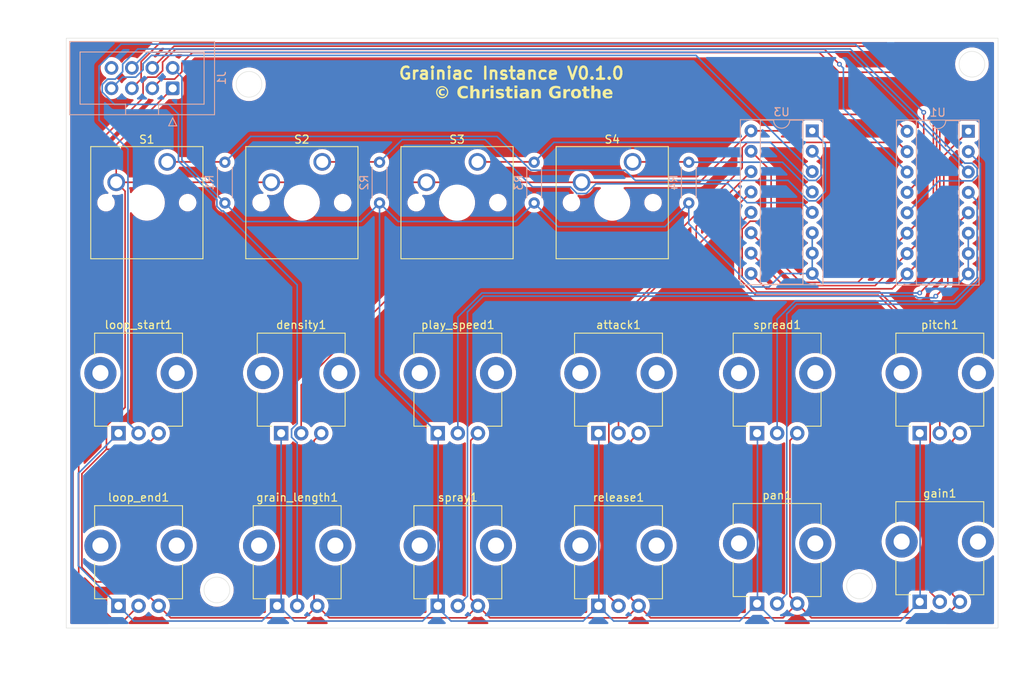
<source format=kicad_pcb>
(kicad_pcb (version 20240108) (generator "pcbnew") (generator_version "8.0")
  (layers (0 "F.Cu" signal) (31 "B.Cu" signal) (34 "B.Paste" user) (35 "F.Paste" user) (36 "B.SilkS" user "B.Silkscreen") (37 "F.SilkS" user "F.Silkscreen") (38 "B.Mask" user) (39 "F.Mask" user) (44 "Edge.Cuts" user))
  (net 0 "")
  (net 1 "attack")
  (net 2 "GND")
  (net 3 "+3.3V")
  (net 4 "density")
  (net 5 "gain")
  (net 6 "grain_dir")
  (net 7 "grain_length")
  (net 8 "hold")
  (net 9 "loop_end")
  (net 10 "loop_start")
  (net 11 "pan")
  (net 12 "pitch")
  (net 13 "play_dir")
  (net 14 "play_speed")
  (net 15 "record")
  (net 16 "release")
  (net 17 "spray")
  (net 18 "spread")
  (net 19 "S1")
  (net 20 "S0")
  (net 21 "S2")
  (net 22 "mux_1")
  (net 23 "mux_2")
  (footprint "Potentiometer_THT:Potentiometer_TT_P0915N" (layer "F.Cu") (at 205 118.975)
    (property "Reference" "gain1" (at 2.5 -13.5 0) (layer "F.SilkS"))
    (property "Value" "~" (hide yes))
    (pad "" thru_hole oval (at -2.25 -7.5) (size 4 4) (drill 2) (layers "*.Cu" "*.Mask"))
    (pad "" thru_hole oval (at 7.25 -7.5) (size 4 4) (drill 2) (layers "*.Cu" "*.Mask"))
    (pad "1" thru_hole rect (at 0 0) (size 1.8 1.8) (drill 1) (layers "*.Cu" "*.Mask") (net 2 "GND"))
    (pad "2" thru_hole circle (at 2.5 0) (size 1.8 1.8) (drill 1) (layers "*.Cu" "*.Mask") (net 5 "gain"))
    (pad "3" thru_hole circle (at 5 0) (size 1.8 1.8) (drill 1) (layers "*.Cu" "*.Mask") (net 3 "+3.3V"))
  )
  (footprint "Potentiometer_THT:Potentiometer_TT_P0915N" (layer "F.Cu") (at 165 119.475)
    (property "Reference" "release1" (at 2.5 -13.5 0) (layer "F.SilkS"))
    (property "Value" "~" (hide yes))
    (pad "" thru_hole oval (at -2.25 -7.5) (size 4 4) (drill 2) (layers "*.Cu" "*.Mask"))
    (pad "" thru_hole oval (at 7.25 -7.5) (size 4 4) (drill 2) (layers "*.Cu" "*.Mask"))
    (pad "1" thru_hole rect (at 0 0) (size 1.8 1.8) (drill 1) (layers "*.Cu" "*.Mask") (net 2 "GND"))
    (pad "2" thru_hole circle (at 2.5 0) (size 1.8 1.8) (drill 1) (layers "*.Cu" "*.Mask") (net 16 "release"))
    (pad "3" thru_hole circle (at 5 0) (size 1.8 1.8) (drill 1) (layers "*.Cu" "*.Mask") (net 3 "+3.3V"))
  )
  (footprint "Potentiometer_THT:Potentiometer_TT_P0915N" (layer "F.Cu") (at 184.75 97.975)
    (property "Reference" "spread1" (at 2.5 -13.5 0) (layer "F.SilkS"))
    (property "Value" "~" (hide yes))
    (pad "" thru_hole oval (at -2.25 -7.5) (size 4 4) (drill 2) (layers "*.Cu" "*.Mask"))
    (pad "" thru_hole oval (at 7.25 -7.5) (size 4 4) (drill 2) (layers "*.Cu" "*.Mask"))
    (pad "1" thru_hole rect (at 0 0) (size 1.8 1.8) (drill 1) (layers "*.Cu" "*.Mask") (net 2 "GND"))
    (pad "2" thru_hole circle (at 2.5 0) (size 1.8 1.8) (drill 1) (layers "*.Cu" "*.Mask") (net 18 "spread"))
    (pad "3" thru_hole circle (at 5 0) (size 1.8 1.8) (drill 1) (layers "*.Cu" "*.Mask") (net 3 "+3.3V"))
  )
  (footprint "Button_Switch_Keyboard:SW_Cherry_MX_1.00u_PCB" (layer "F.Cu") (at 149.94 64.17)
    (property "Reference" "S3" (at -2.54 -2.794 0) (layer "F.SilkS"))
    (property "Value" "Play Dir")
    (pad "" np_thru_hole circle (at -7.62 5.08) (size 1.7 1.7) (drill 1.7) (layers "*.Cu" "*.Mask"))
    (pad "" np_thru_hole circle (at -2.54 5.08) (size 4 4) (drill 4) (layers "*.Cu" "*.Mask"))
    (pad "" np_thru_hole circle (at 2.54 5.08) (size 1.7 1.7) (drill 1.7) (layers "*.Cu" "*.Mask"))
    (pad "1" thru_hole circle (at 0 0) (size 2.2 2.2) (drill 1.5) (layers "*.Cu" "*.Mask") (net 13 "play_dir"))
    (pad "2" thru_hole circle (at -6.35 2.54) (size 2.2 2.2) (drill 1.5) (layers "*.Cu" "*.Mask") (net 3 "+3.3V"))
  )
  (footprint "Button_Switch_Keyboard:SW_Cherry_MX_1.00u_PCB" (layer "F.Cu") (at 169.26 64.17)
    (property "Reference" "S4" (at -2.54 -2.794 0) (layer "F.SilkS"))
    (property "Value" "Grain Dir")
    (pad "" np_thru_hole circle (at -7.62 5.08) (size 1.7 1.7) (drill 1.7) (layers "*.Cu" "*.Mask"))
    (pad "" np_thru_hole circle (at -2.54 5.08) (size 4 4) (drill 4) (layers "*.Cu" "*.Mask"))
    (pad "" np_thru_hole circle (at 2.54 5.08) (size 1.7 1.7) (drill 1.7) (layers "*.Cu" "*.Mask"))
    (pad "1" thru_hole circle (at 0 0) (size 2.2 2.2) (drill 1.5) (layers "*.Cu" "*.Mask") (net 6 "grain_dir"))
    (pad "2" thru_hole circle (at -6.35 2.54) (size 2.2 2.2) (drill 1.5) (layers "*.Cu" "*.Mask") (net 3 "+3.3V"))
  )
  (footprint "Button_Switch_Keyboard:SW_Cherry_MX_1.00u_PCB" (layer "F.Cu") (at 111.32 64.17)
    (property "Reference" "S1" (at -2.54 -2.794 0) (layer "F.SilkS"))
    (property "Value" "Record")
    (pad "" np_thru_hole circle (at -7.62 5.08) (size 1.7 1.7) (drill 1.7) (layers "*.Cu" "*.Mask"))
    (pad "" np_thru_hole circle (at -2.54 5.08) (size 4 4) (drill 4) (layers "*.Cu" "*.Mask"))
    (pad "" np_thru_hole circle (at 2.54 5.08) (size 1.7 1.7) (drill 1.7) (layers "*.Cu" "*.Mask"))
    (pad "1" thru_hole circle (at 0 0) (size 2.2 2.2) (drill 1.5) (layers "*.Cu" "*.Mask") (net 15 "record"))
    (pad "2" thru_hole circle (at -6.35 2.54) (size 2.2 2.2) (drill 1.5) (layers "*.Cu" "*.Mask") (net 3 "+3.3V"))
  )
  (footprint "Potentiometer_THT:Potentiometer_TT_P0915N" (layer "F.Cu") (at 165 97.975)
    (property "Reference" "attack1" (at 2.5 -13.5 0) (layer "F.SilkS"))
    (property "Value" "~" (hide yes))
    (pad "" thru_hole oval (at -2.25 -7.5) (size 4 4) (drill 2) (layers "*.Cu" "*.Mask"))
    (pad "" thru_hole oval (at 7.25 -7.5) (size 4 4) (drill 2) (layers "*.Cu" "*.Mask"))
    (pad "1" thru_hole rect (at 0 0) (size 1.8 1.8) (drill 1) (layers "*.Cu" "*.Mask") (net 2 "GND"))
    (pad "2" thru_hole circle (at 2.5 0) (size 1.8 1.8) (drill 1) (layers "*.Cu" "*.Mask") (net 1 "attack"))
    (pad "3" thru_hole circle (at 5 0) (size 1.8 1.8) (drill 1) (layers "*.Cu" "*.Mask") (net 3 "+3.3V"))
  )
  (footprint "Potentiometer_THT:Potentiometer_TT_P0915N" (layer "F.Cu") (at 105.25 119.475)
    (property "Reference" "loop_end1" (at 2.5 -13.5 0) (layer "F.SilkS"))
    (property "Value" "~" (hide yes))
    (pad "" thru_hole oval (at -2.25 -7.5) (size 4 4) (drill 2) (layers "*.Cu" "*.Mask"))
    (pad "" thru_hole oval (at 7.25 -7.5) (size 4 4) (drill 2) (layers "*.Cu" "*.Mask"))
    (pad "1" thru_hole rect (at 0 0) (size 1.8 1.8) (drill 1) (layers "*.Cu" "*.Mask") (net 2 "GND"))
    (pad "2" thru_hole circle (at 2.5 0) (size 1.8 1.8) (drill 1) (layers "*.Cu" "*.Mask") (net 9 "loop_end"))
    (pad "3" thru_hole circle (at 5 0) (size 1.8 1.8) (drill 1) (layers "*.Cu" "*.Mask") (net 3 "+3.3V"))
  )
  (footprint "Potentiometer_THT:Potentiometer_TT_P0915N" (layer "F.Cu") (at 205 97.975)
    (property "Reference" "pitch1" (at 2.5 -13.5 0) (layer "F.SilkS"))
    (property "Value" "~" (hide yes))
    (pad "" thru_hole oval (at -2.25 -7.5) (size 4 4) (drill 2) (layers "*.Cu" "*.Mask"))
    (pad "" thru_hole oval (at 7.25 -7.5) (size 4 4) (drill 2) (layers "*.Cu" "*.Mask"))
    (pad "1" thru_hole rect (at 0 0) (size 1.8 1.8) (drill 1) (layers "*.Cu" "*.Mask") (net 2 "GND"))
    (pad "2" thru_hole circle (at 2.5 0) (size 1.8 1.8) (drill 1) (layers "*.Cu" "*.Mask") (net 12 "pitch"))
    (pad "3" thru_hole circle (at 5 0) (size 1.8 1.8) (drill 1) (layers "*.Cu" "*.Mask") (net 3 "+3.3V"))
  )
  (footprint "Potentiometer_THT:Potentiometer_TT_P0915N" (layer "F.Cu") (at 145 97.975)
    (property "Reference" "play_speed1" (at 2.5 -13.5 0) (layer "F.SilkS"))
    (property "Value" "~" (hide yes))
    (pad "" thru_hole oval (at -2.25 -7.5) (size 4 4) (drill 2) (layers "*.Cu" "*.Mask"))
    (pad "" thru_hole oval (at 7.25 -7.5) (size 4 4) (drill 2) (layers "*.Cu" "*.Mask"))
    (pad "1" thru_hole rect (at 0 0) (size 1.8 1.8) (drill 1) (layers "*.Cu" "*.Mask") (net 2 "GND"))
    (pad "2" thru_hole circle (at 2.5 0) (size 1.8 1.8) (drill 1) (layers "*.Cu" "*.Mask") (net 14 "play_speed"))
    (pad "3" thru_hole circle (at 5 0) (size 1.8 1.8) (drill 1) (layers "*.Cu" "*.Mask") (net 3 "+3.3V"))
  )
  (footprint "Potentiometer_THT:Potentiometer_TT_P0915N" (layer "F.Cu") (at 105.25 97.975)
    (property "Reference" "loop_start1" (at 2.5 -13.5 0) (layer "F.SilkS"))
    (property "Value" "~" (hide yes))
    (pad "" thru_hole oval (at -2.25 -7.5) (size 4 4) (drill 2) (layers "*.Cu" "*.Mask"))
    (pad "" thru_hole oval (at 7.25 -7.5) (size 4 4) (drill 2) (layers "*.Cu" "*.Mask"))
    (pad "1" thru_hole rect (at 0 0) (size 1.8 1.8) (drill 1) (layers "*.Cu" "*.Mask") (net 2 "GND"))
    (pad "2" thru_hole circle (at 2.5 0) (size 1.8 1.8) (drill 1) (layers "*.Cu" "*.Mask") (net 10 "loop_start"))
    (pad "3" thru_hole circle (at 5 0) (size 1.8 1.8) (drill 1) (layers "*.Cu" "*.Mask") (net 3 "+3.3V"))
  )
  (footprint "Potentiometer_THT:Potentiometer_TT_P0915N" (layer "F.Cu") (at 145 119.475)
    (property "Reference" "spray1" (at 2.5 -13.5 0) (layer "F.SilkS"))
    (property "Value" "~" (hide yes))
    (pad "" thru_hole oval (at -2.25 -7.5) (size 4 4) (drill 2) (layers "*.Cu" "*.Mask"))
    (pad "" thru_hole oval (at 7.25 -7.5) (size 4 4) (drill 2) (layers "*.Cu" "*.Mask"))
    (pad "1" thru_hole rect (at 0 0) (size 1.8 1.8) (drill 1) (layers "*.Cu" "*.Mask") (net 2 "GND"))
    (pad "2" thru_hole circle (at 2.5 0) (size 1.8 1.8) (drill 1) (layers "*.Cu" "*.Mask") (net 17 "spray"))
    (pad "3" thru_hole circle (at 5 0) (size 1.8 1.8) (drill 1) (layers "*.Cu" "*.Mask") (net 3 "+3.3V"))
  )
  (footprint "Button_Switch_Keyboard:SW_Cherry_MX_1.00u_PCB" (layer "F.Cu") (at 130.62 64.17)
    (property "Reference" "S2" (at -2.54 -2.794 0) (layer "F.SilkS"))
    (property "Value" "Hold")
    (pad "" np_thru_hole circle (at -7.62 5.08) (size 1.7 1.7) (drill 1.7) (layers "*.Cu" "*.Mask"))
    (pad "" np_thru_hole circle (at -2.54 5.08) (size 4 4) (drill 4) (layers "*.Cu" "*.Mask"))
    (pad "" np_thru_hole circle (at 2.54 5.08) (size 1.7 1.7) (drill 1.7) (layers "*.Cu" "*.Mask"))
    (pad "1" thru_hole circle (at 0 0) (size 2.2 2.2) (drill 1.5) (layers "*.Cu" "*.Mask") (net 8 "hold"))
    (pad "2" thru_hole circle (at -6.35 2.54) (size 2.2 2.2) (drill 1.5) (layers "*.Cu" "*.Mask") (net 3 "+3.3V"))
  )
  (footprint "Potentiometer_THT:Potentiometer_TT_P0915N" (layer "F.Cu") (at 125 119.475)
    (property "Reference" "grain_length1" (at 2.5 -13.5 0) (layer "F.SilkS"))
    (property "Value" "~" (hide yes))
    (pad "" thru_hole oval (at -2.25 -7.5) (size 4 4) (drill 2) (layers "*.Cu" "*.Mask"))
    (pad "" thru_hole oval (at 7.25 -7.5) (size 4 4) (drill 2) (layers "*.Cu" "*.Mask"))
    (pad "1" thru_hole rect (at 0 0) (size 1.8 1.8) (drill 1) (layers "*.Cu" "*.Mask") (net 2 "GND"))
    (pad "2" thru_hole circle (at 2.5 0) (size 1.8 1.8) (drill 1) (layers "*.Cu" "*.Mask") (net 7 "grain_length"))
    (pad "3" thru_hole circle (at 5 0) (size 1.8 1.8) (drill 1) (layers "*.Cu" "*.Mask") (net 3 "+3.3V"))
  )
  (footprint "Potentiometer_THT:Potentiometer_TT_P0915N" (layer "F.Cu") (at 125.5 97.975)
    (property "Reference" "density1" (at 2.5 -13.5 0) (layer "F.SilkS"))
    (property "Value" "~" (hide yes))
    (pad "" thru_hole oval (at -2.25 -7.5) (size 4 4) (drill 2) (layers "*.Cu" "*.Mask"))
    (pad "" thru_hole oval (at 7.25 -7.5) (size 4 4) (drill 2) (layers "*.Cu" "*.Mask"))
    (pad "1" thru_hole rect (at 0 0) (size 1.8 1.8) (drill 1) (layers "*.Cu" "*.Mask") (net 2 "GND"))
    (pad "2" thru_hole circle (at 2.5 0) (size 1.8 1.8) (drill 1) (layers "*.Cu" "*.Mask") (net 4 "density"))
    (pad "3" thru_hole circle (at 5 0) (size 1.8 1.8) (drill 1) (layers "*.Cu" "*.Mask") (net 3 "+3.3V"))
  )
  (footprint "Potentiometer_THT:Potentiometer_TT_P0915N" (layer "F.Cu") (at 184.75 119.2)
    (property "Reference" "pan1" (at 2.5 -13.5 0) (layer "F.SilkS"))
    (property "Value" "~" (hide yes))
    (pad "" thru_hole oval (at -2.25 -7.5) (size 4 4) (drill 2) (layers "*.Cu" "*.Mask"))
    (pad "" thru_hole oval (at 7.25 -7.5) (size 4 4) (drill 2) (layers "*.Cu" "*.Mask"))
    (pad "1" thru_hole rect (at 0 0) (size 1.8 1.8) (drill 1) (layers "*.Cu" "*.Mask") (net 2 "GND"))
    (pad "2" thru_hole circle (at 2.5 0) (size 1.8 1.8) (drill 1) (layers "*.Cu" "*.Mask") (net 11 "pan"))
    (pad "3" thru_hole circle (at 5 0) (size 1.8 1.8) (drill 1) (layers "*.Cu" "*.Mask") (net 3 "+3.3V"))
  )
  (footprint "Connector_IDC:IDC-Header_2x04_P2.54mm_Vertical" (layer "B.Cu") (at 112 55 90)
    (property "Reference" "J1" (at 1.27 6.1 90) (layer "B.SilkS") (effects (justify mirror)))
    (property "Value" "Conn_01x08_Pin")
    (pad "1" thru_hole roundrect (at 0 0 90) (size 1.7 1.7) (drill 1) (layers "*.Cu" "*.Mask") (roundrect_rratio 0.147059) (net 3 "+3.3V"))
    (pad "2" thru_hole circle (at 2.54 0 90) (size 1.7 1.7) (drill 1) (layers "*.Cu" "*.Mask") (net 2 "GND"))
    (pad "3" thru_hole circle (at 0 -2.54 90) (size 1.7 1.7) (drill 1) (layers "*.Cu" "*.Mask") (net 20 "S0"))
    (pad "4" thru_hole circle (at 2.54 -2.54 90) (size 1.7 1.7) (drill 1) (layers "*.Cu" "*.Mask") (net 19 "S1"))
    (pad "5" thru_hole circle (at 0 -5.08 90) (size 1.7 1.7) (drill 1) (layers "*.Cu" "*.Mask") (net 21 "S2"))
    (pad "6" thru_hole circle (at 2.54 -5.08 90) (size 1.7 1.7) (drill 1) (layers "*.Cu" "*.Mask") (net 22 "mux_1"))
    (pad "7" thru_hole circle (at 0 -7.62 90) (size 1.7 1.7) (drill 1) (layers "*.Cu" "*.Mask") (net 23 "mux_2"))
    (pad "8" thru_hole circle (at 2.54 -7.62 90) (size 1.7 1.7) (drill 1) (layers "*.Cu" "*.Mask"))
  )
  (footprint "Package_DIP:DIP-16_W7.62mm_Socket" (layer "B.Cu") (at 191.62 60.3 180)
    (property "Reference" "U3" (at 3.81 2.33 0) (layer "B.SilkS") (effects (justify mirror)))
    (property "Value" "4051")
    (pad "1" thru_hole rect (at 0 0 180) (size 1.6 1.6) (drill 0.8) (layers "*.Cu" "*.Mask") (net 15 "record"))
    (pad "2" thru_hole oval (at 0 -2.54 180) (size 1.6 1.6) (drill 0.8) (layers "*.Cu" "*.Mask") (net 13 "play_dir"))
    (pad "3" thru_hole oval (at 0 -5.08 180) (size 1.6 1.6) (drill 0.8) (layers "*.Cu" "*.Mask") (net 23 "mux_2"))
    (pad "4" thru_hole oval (at 0 -7.62 180) (size 1.6 1.6) (drill 0.8) (layers "*.Cu" "*.Mask") (net 6 "grain_dir"))
    (pad "5" thru_hole oval (at 0 -10.16 180) (size 1.6 1.6) (drill 0.8) (layers "*.Cu" "*.Mask") (net 8 "hold"))
    (pad "6" thru_hole oval (at 0 -12.7 180) (size 1.6 1.6) (drill 0.8) (layers "*.Cu" "*.Mask") (net 2 "GND"))
    (pad "7" thru_hole oval (at 0 -15.24 180) (size 1.6 1.6) (drill 0.8) (layers "*.Cu" "*.Mask") (net 2 "GND"))
    (pad "8" thru_hole oval (at 0 -17.78 180) (size 1.6 1.6) (drill 0.8) (layers "*.Cu" "*.Mask") (net 2 "GND"))
    (pad "9" thru_hole oval (at 7.62 -17.78 180) (size 1.6 1.6) (drill 0.8) (layers "*.Cu" "*.Mask") (net 21 "S2"))
    (pad "10" thru_hole oval (at 7.62 -15.24 180) (size 1.6 1.6) (drill 0.8) (layers "*.Cu" "*.Mask") (net 19 "S1"))
    (pad "11" thru_hole oval (at 7.62 -12.7 180) (size 1.6 1.6) (drill 0.8) (layers "*.Cu" "*.Mask") (net 20 "S0"))
    (pad "12" thru_hole oval (at 7.62 -10.16 180) (size 1.6 1.6) (drill 0.8) (layers "*.Cu" "*.Mask") (net 5 "gain"))
    (pad "13" thru_hole oval (at 7.62 -7.62 180) (size 1.6 1.6) (drill 0.8) (layers "*.Cu" "*.Mask") (net 1 "attack"))
    (pad "14" thru_hole oval (at 7.62 -5.08 180) (size 1.6 1.6) (drill 0.8) (layers "*.Cu" "*.Mask") (net 16 "release"))
    (pad "15" thru_hole oval (at 7.62 -2.54 180) (size 1.6 1.6) (drill 0.8) (layers "*.Cu" "*.Mask") (net 12 "pitch"))
    (pad "16" thru_hole oval (at 7.62 0 180) (size 1.6 1.6) (drill 0.8) (layers "*.Cu" "*.Mask") (net 3 "+3.3V"))
  )
  (footprint "Resistor_THT:R_Axial_DIN0204_L3.6mm_D1.6mm_P5.08mm_Horizontal" (layer "B.Cu") (at 118.5 64.21 -90)
    (property "Reference" "R1" (at 2.54 1.92 90) (layer "B.SilkS") (effects (justify mirror)))
    (property "Value" "1.5K")
    (pad "1" thru_hole circle (at 0 0 270) (size 1.4 1.4) (drill 0.7) (layers "*.Cu" "*.Mask") (net 15 "record"))
    (pad "2" thru_hole oval (at 5.08 0 270) (size 1.4 1.4) (drill 0.7) (layers "*.Cu" "*.Mask") (net 2 "GND"))
  )
  (footprint "Resistor_THT:R_Axial_DIN0204_L3.6mm_D1.6mm_P5.08mm_Horizontal" (layer "B.Cu") (at 157 64.21 -90)
    (property "Reference" "R3" (at 2.54 1.92 90) (layer "B.SilkS") (effects (justify mirror)))
    (property "Value" "1.5K")
    (pad "1" thru_hole circle (at 0 0 270) (size 1.4 1.4) (drill 0.7) (layers "*.Cu" "*.Mask") (net 13 "play_dir"))
    (pad "2" thru_hole oval (at 5.08 0 270) (size 1.4 1.4) (drill 0.7) (layers "*.Cu" "*.Mask") (net 2 "GND"))
  )
  (footprint "Package_DIP:DIP-16_W7.62mm_Socket" (layer "B.Cu") (at 211.05 60.35 180)
    (property "Reference" "U1" (at 3.81 2.33 0) (layer "B.SilkS") (effects (justify mirror)))
    (property "Value" "4051")
    (pad "1" thru_hole rect (at 0 0 180) (size 1.6 1.6) (drill 0.8) (layers "*.Cu" "*.Mask") (net 14 "play_speed"))
    (pad "2" thru_hole oval (at 0 -2.54 180) (size 1.6 1.6) (drill 0.8) (layers "*.Cu" "*.Mask") (net 11 "pan"))
    (pad "3" thru_hole oval (at 0 -5.08 180) (size 1.6 1.6) (drill 0.8) (layers "*.Cu" "*.Mask") (net 22 "mux_1"))
    (pad "4" thru_hole oval (at 0 -7.62 180) (size 1.6 1.6) (drill 0.8) (layers "*.Cu" "*.Mask") (net 18 "spread"))
    (pad "5" thru_hole oval (at 0 -10.16 180) (size 1.6 1.6) (drill 0.8) (layers "*.Cu" "*.Mask") (net 17 "spray"))
    (pad "6" thru_hole oval (at 0 -12.7 180) (size 1.6 1.6) (drill 0.8) (layers "*.Cu" "*.Mask") (net 2 "GND"))
    (pad "7" thru_hole oval (at 0 -15.24 180) (size 1.6 1.6) (drill 0.8) (layers "*.Cu" "*.Mask") (net 2 "GND"))
    (pad "8" thru_hole oval (at 0 -17.78 180) (size 1.6 1.6) (drill 0.8) (layers "*.Cu" "*.Mask") (net 2 "GND"))
    (pad "9" thru_hole oval (at 7.62 -17.78 180) (size 1.6 1.6) (drill 0.8) (layers "*.Cu" "*.Mask") (net 21 "S2"))
    (pad "10" thru_hole oval (at 7.62 -15.24 180) (size 1.6 1.6) (drill 0.8) (layers "*.Cu" "*.Mask") (net 19 "S1"))
    (pad "11" thru_hole oval (at 7.62 -12.7 180) (size 1.6 1.6) (drill 0.8) (layers "*.Cu" "*.Mask") (net 20 "S0"))
    (pad "12" thru_hole oval (at 7.62 -10.16 180) (size 1.6 1.6) (drill 0.8) (layers "*.Cu" "*.Mask") (net 7 "grain_length"))
    (pad "13" thru_hole oval (at 7.62 -7.62 180) (size 1.6 1.6) (drill 0.8) (layers "*.Cu" "*.Mask") (net 10 "loop_start"))
    (pad "14" thru_hole oval (at 7.62 -5.08 180) (size 1.6 1.6) (drill 0.8) (layers "*.Cu" "*.Mask") (net 9 "loop_end"))
    (pad "15" thru_hole oval (at 7.62 -2.54 180) (size 1.6 1.6) (drill 0.8) (layers "*.Cu" "*.Mask") (net 4 "density"))
    (pad "16" thru_hole oval (at 7.62 0 180) (size 1.6 1.6) (drill 0.8) (layers "*.Cu" "*.Mask") (net 3 "+3.3V"))
  )
  (footprint "Resistor_THT:R_Axial_DIN0204_L3.6mm_D1.6mm_P5.08mm_Horizontal" (layer "B.Cu") (at 137.75 64.21 -90)
    (property "Reference" "R2" (at 2.54 1.92 90) (layer "B.SilkS") (effects (justify mirror)))
    (property "Value" "1.5K")
    (pad "1" thru_hole circle (at 0 0 270) (size 1.4 1.4) (drill 0.7) (layers "*.Cu" "*.Mask") (net 8 "hold"))
    (pad "2" thru_hole oval (at 5.08 0 270) (size 1.4 1.4) (drill 0.7) (layers "*.Cu" "*.Mask") (net 2 "GND"))
  )
  (footprint "Resistor_THT:R_Axial_DIN0204_L3.6mm_D1.6mm_P5.08mm_Horizontal" (layer "B.Cu") (at 176.25 64.21 -90)
    (property "Reference" "R4" (at 2.54 1.92 90) (layer "B.SilkS") (effects (justify mirror)))
    (property "Value" "1.5K")
    (pad "1" thru_hole circle (at 0 0 270) (size 1.4 1.4) (drill 0.7) (layers "*.Cu" "*.Mask") (net 6 "grain_dir"))
    (pad "2" thru_hole oval (at 5.08 0 270) (size 1.4 1.4) (drill 0.7) (layers "*.Cu" "*.Mask") (net 2 "GND"))
  )
  (gr_rect (start 98.75 48.75) (end 214.75 122.25) (stroke (width 0.05)) (fill none) (layer "Edge.Cuts"))
  (gr_circle (center 117.5 117.5) (end 119.1 117.5) (stroke (width 0.05)) (fill none) (layer "Edge.Cuts"))
  (gr_circle (center 121.5 54.5) (end 123.1 54.5) (stroke (width 0.05)) (fill none) (layer "Edge.Cuts"))
  (gr_circle (center 197.5 117) (end 199.1 117) (stroke (width 0.05)) (fill none) (layer "Edge.Cuts"))
  (gr_circle (center 211.5 52) (end 213.1 52) (stroke (width 0.05)) (fill none) (layer "Edge.Cuts"))
  (gr_text "Grainiac Instance V0.1.0" (at 140 54 0) (layer "F.SilkS") (effects (font (size 1.5 1.5) (thickness 0.3) (bold yes)) (justify left bottom)))
  (gr_text "© Christian Grothe" (at 144.5 56.5 0) (layer "F.SilkS") (effects (font (size 1.5 1.5) (thickness 0.3) (bold yes)) (justify left bottom)))
  (segment (start 167.5 97.975) (end 167.5 84.42) (width 0.2) (layer "F.Cu") (net 1))
  (segment (start 167.5 84.42) (end 184 67.92) (width 0.2) (layer "F.Cu") (net 1))
  (segment (start 192.77 79.23) (end 191.62 78.08) (width 0.2) (layer "B.Cu") (net 2))
  (segment (start 140.06 71.6) (end 154.69 71.6) (width 0.2) (layer "B.Cu") (net 2))
  (segment (start 118.5 69.29) (end 113.15 63.94) (width 0.2) (layer "B.Cu") (net 2))
  (segment (start 145.05 98.025) (end 145.05 119.425) (width 0.2) (layer "B.Cu") (net 2))
  (segment (start 165.05 119.425) (end 165 119.475) (width 0.2) (layer "B.Cu") (net 2))
  (segment (start 166.9 121.375) (end 182.575 121.375) (width 0.2) (layer "B.Cu") (net 2))
  (segment (start 209.95 79.23) (end 192.77 79.23) (width 0.2) (layer "B.Cu") (net 2))
  (segment (start 113.15 63.94) (end 113.15 53.61) (width 0.2) (layer "B.Cu") (net 2))
  (segment (start 211.05 73.05) (end 211.05 78.13) (width 0.2) (layer "B.Cu") (net 2))
  (segment (start 211.05 78.13) (end 209.95 79.23) (width 0.2) (layer "B.Cu") (net 2))
  (segment (start 165 97.975) (end 165.05 98.025) (width 0.2) (layer "B.Cu") (net 2))
  (segment (start 176.25 69.29) (end 176.25 71.885635) (width 0.2) (layer "B.Cu") (net 2))
  (segment (start 163.1 121.375) (end 165 119.475) (width 0.2) (layer "B.Cu") (net 2))
  (segment (start 182.575 121.375) (end 184.75 119.2) (width 0.2) (layer "B.Cu") (net 2))
  (segment (start 165 119.475) (end 166.9 121.375) (width 0.2) (layer "B.Cu") (net 2))
  (segment (start 145 119.475) (end 145 119.725) (width 0.2) (layer "B.Cu") (net 2))
  (segment (start 125 119.475) (end 125.25 119.475) (width 0.2) (layer "B.Cu") (net 2))
  (segment (start 205.05 98.025) (end 205.05 118.925) (width 0.2) (layer "B.Cu") (net 2))
  (segment (start 184.8 98.025) (end 184.8 119.15) (width 0.2) (layer "B.Cu") (net 2))
  (segment (start 120.81 71.6) (end 135.44 71.6) (width 0.2) (layer "B.Cu") (net 2))
  (segment (start 205 97.975) (end 205.05 98.025) (width 0.2) (layer "B.Cu") (net 2))
  (segment (start 157 69.29) (end 159.96 72.25) (width 0.2) (layer "B.Cu") (net 2))
  (segment (start 145.05 119.425) (end 145 119.475) (width 0.2) (layer "B.Cu") (net 2))
  (segment (start 113.15 53.61) (end 112 52.46) (width 0.2) (layer "B.Cu") (net 2))
  (segment (start 145 119.725) (end 146.65 121.375) (width 0.2) (layer "B.Cu") (net 2))
  (segment (start 186.925 121.375) (end 202.6 121.375) (width 0.2) (layer "B.Cu") (net 2))
  (segment (start 125.5 97.975) (end 125.5 118.975) (width 0.2) (layer "B.Cu") (net 2))
  (segment (start 186.25 79.75) (end 187.92 78.08) (width 0.2) (layer "B.Cu") (net 2))
  (segment (start 127.15 121.375) (end 143.1 121.375) (width 0.2) (layer "B.Cu") (net 2))
  (segment (start 184.8 119.15) (end 184.75 119.2) (width 0.2) (layer "B.Cu") (net 2))
  (segment (start 107.15 121.375) (end 123.1 121.375) (width 0.2) (layer "B.Cu") (net 2))
  (segment (start 176.25 71.885635) (end 184.114365 79.75) (width 0.2) (layer "B.Cu") (net 2))
  (segment (start 135.44 71.6) (end 137.75 69.29) (width 0.2) (layer "B.Cu") (net 2))
  (segment (start 187.92 78.08) (end 191.62 78.08) (width 0.2) (layer "B.Cu") (net 2))
  (segment (start 184.114365 79.75) (end 186.25 79.75) (width 0.2) (layer "B.Cu") (net 2))
  (segment (start 159.96 72.25) (end 173.29 72.25) (width 0.2) (layer "B.Cu") (net 2))
  (segment (start 105.25 97.975) (end 100.25 102.975) (width 0.2) (layer "B.Cu") (net 2))
  (segment (start 137.75 90.725) (end 137.75 69.29) (width 0.2) (layer "B.Cu") (net 2))
  (segment (start 100.25 102.975) (end 100.25 114.475) (width 0.2) (layer "B.Cu") (net 2))
  (segment (start 146.65 121.375) (end 163.1 121.375) (width 0.2) (layer "B.Cu") (net 2))
  (segment (start 205.05 118.925) (end 205 118.975) (width 0.2) (layer "B.Cu") (net 2))
  (segment (start 143.1 121.375) (end 145 119.475) (width 0.2) (layer "B.Cu") (net 2))
  (segment (start 165.05 98.025) (end 165.05 119.425) (width 0.2) (layer "B.Cu") (net 2))
  (segment (start 125.5 118.975) (end 125 119.475) (width 0.2) (layer "B.Cu") (net 2))
  (segment (start 145 97.975) (end 145.05 98.025) (width 0.2) (layer "B.Cu") (net 2))
  (segment (start 202.6 121.375) (end 205 118.975) (width 0.2) (layer "B.Cu") (net 2))
  (segment (start 154.69 71.6) (end 157 69.29) (width 0.2) (layer "B.Cu") (net 2))
  (segment (start 100.25 114.475) (end 105.25 119.475) (width 0.2) (layer "B.Cu") (net 2))
  (segment (start 105.25 119.475) (end 107.15 121.375) (width 0.2) (layer "B.Cu") (net 2))
  (segment (start 184.75 119.2) (end 186.925 121.375) (width 0.2) (layer "B.Cu") (net 2))
  (segment (start 191.62 73) (end 191.62 78.08) (width 0.2) (layer "B.Cu") (net 2))
  (segment (start 125.25 119.475) (end 127.15 121.375) (width 0.2) (layer "B.Cu") (net 2))
  (segment (start 118.5 69.29) (end 120.81 71.6) (width 0.2) (layer "B.Cu") (net 2))
  (segment (start 184.75 97.975) (end 184.8 98.025) (width 0.2) (layer "B.Cu") (net 2))
  (segment (start 137.75 69.29) (end 140.06 71.6) (width 0.2) (layer "B.Cu") (net 2))
  (segment (start 145 97.975) (end 137.75 90.725) (width 0.2) (layer "B.Cu") (net 2))
  (segment (start 123.1 121.375) (end 125 119.475) (width 0.2) (layer "B.Cu") (net 2))
  (segment (start 173.29 72.25) (end 176.25 69.29) (width 0.2) (layer "B.Cu") (net 2))
  (segment (start 104.97 66.71) (end 104.97 62.03) (width 0.2) (layer "F.Cu") (net 3))
  (segment (start 102.5 116.5) (end 107.275 116.5) (width 0.2) (layer "F.Cu") (net 3))
  (segment (start 151.5 120.975) (end 168.5 120.975) (width 0.2) (layer "F.Cu") (net 3))
  (segment (start 169.1 118.575) (end 170 119.475) (width 0.2) (layer "F.Cu") (net 3))
  (segment (start 130 119.475) (end 131.5 120.975) (width 0.2) (layer "F.Cu") (net 3))
  (segment (start 168.5 120.975) (end 170 119.475) (width 0.2) (layer "F.Cu") (net 3))
  (segment (start 187.975 120.975) (end 189.75 119.2) (width 0.2) (layer "F.Cu") (net 3))
  (segment (start 170 97.975) (end 169.1 98.875) (width 0.2) (layer "F.Cu") (net 3))
  (segment (start 104.97 66.71) (end 124.27 66.71) (width 0.2) (layer "F.Cu") (net 3))
  (segment (start 149.1 98.875) (end 149.1 118.575) (width 0.2) (layer "F.Cu") (net 3))
  (segment (start 188.85 98.875) (end 188.85 118.3) (width 0.2) (layer "F.Cu") (net 3))
  (segment (start 149.1 118.575) (end 150 119.475) (width 0.2) (layer "F.Cu") (net 3))
  (segment (start 104.97 62.03) (end 112 55) (width 0.2) (layer "F.Cu") (net 3))
  (segment (start 104.97 66.71) (end 106.069999 67.809999) (width 0.2) (layer "F.Cu") (net 3))
  (segment (start 191.525 120.975) (end 208 120.975) (width 0.2) (layer "F.Cu") (net 3))
  (segment (start 208 120.975) (end 210 118.975) (width 0.2) (layer "F.Cu") (net 3))
  (segment (start 129.6 98.875) (end 129.6 119.075) (width 0.2) (layer "F.Cu") (net 3))
  (segment (start 110.25 119.475) (end 111.75 120.975) (width 0.2) (layer "F.Cu") (net 3))
  (segment (start 210 97.975) (end 209.1 98.875) (width 0.2) (layer "F.Cu") (net 3))
  (segment (start 107.275 116.5) (end 110.25 119.475) (width 0.2) (layer "F.Cu") (net 3))
  (segment (start 171.5 120.975) (end 187.975 120.975) (width 0.2) (layer "F.Cu") (net 3))
  (segment (start 103.75 99.975) (end 100.7 103.025) (width 0.2) (layer "F.Cu") (net 3))
  (segment (start 201.33 58.25) (end 189.75 58.25) (width 0.2) (layer "F.Cu") (net 3))
  (segment (start 189.75 119.2) (end 191.525 120.975) (width 0.2) (layer "F.Cu") (net 3))
  (segment (start 129.6 119.075) (end 130 119.475) (width 0.2) (layer "F.Cu") (net 3))
  (segment (start 150 119.475) (end 151.5 120.975) (width 0.2) (layer "F.Cu") (net 3))
  (segment (start 177.59 66.71) (end 184 60.3) (width 0.2) (layer "F.Cu") (net 3))
  (segment (start 169.1 98.875) (end 169.1 118.575) (width 0.2) (layer "F.Cu") (net 3))
  (segment (start 209.1 118.075) (end 210 118.975) (width 0.2) (layer "F.Cu") (net 3))
  (segment (start 106.069999 94.755001) (end 103.75 97.075) (width 0.2) (layer "F.Cu") (net 3))
  (segment (start 130.5 97.975) (end 129.6 98.875) (width 0.2) (layer "F.Cu") (net 3))
  (segment (start 209.1 98.875) (end 209.1 118.075) (width 0.2) (layer "F.Cu") (net 3))
  (segment (start 131.5 120.975) (end 148.5 120.975) (width 0.2) (layer "F.Cu") (net 3))
  (segment (start 124.27 66.71) (end 162.91 66.71) (width 0.2) (layer "F.Cu") (net 3))
  (segment (start 108.25 99.975) (end 103.75 99.975) (width 0.2) (layer "F.Cu") (net 3))
  (segment (start 110.25 97.975) (end 108.25 99.975) (width 0.2) (layer "F.Cu") (net 3))
  (segment (start 100.7 114.7) (end 102.5 116.5) (width 0.2) (layer "F.Cu") (net 3))
  (segment (start 111.75 120.975) (end 128.5 120.975) (width 0.2) (layer "F.Cu") (net 3))
  (segment (start 103.75 97.075) (end 103.75 99.975) (width 0.2) (layer "F.Cu") (net 3))
  (segment (start 148.5 120.975) (end 150 119.475) (width 0.2) (layer "F.Cu") (net 3))
  (segment (start 128.5 120.975) (end 130 119.475) (width 0.2) (layer "F.Cu") (net 3))
  (segment (start 100.7 103.025) (end 100.7 114.7) (width 0.2) (layer "F.Cu") (net 3))
  (segment (start 189.75 58.25) (end 187.7 60.3) (width 0.2) (layer "F.Cu") (net 3))
  (segment (start 189.75 97.975) (end 188.85 98.875) (width 0.2) (layer "F.Cu") (net 3))
  (segment (start 187.7 60.3) (end 184 60.3) (width 0.2) (layer "F.Cu") (net 3))
  (segment (start 106.069999 67.809999) (end 106.069999 94.755001) (width 0.2) (layer "F.Cu") (net 3))
  (segment (start 162.91 66.71) (end 177.59 66.71) (width 0.2) (layer "F.Cu") (net 3))
  (segment (start 203.43 60.35) (end 201.33 58.25) (width 0.2) (layer "F.Cu") (net 3))
  (segment (start 188.85 118.3) (end 189.75 119.2) (width 0.2) (layer "F.Cu") (net 3))
  (segment (start 170 119.475) (end 171.5 120.975) (width 0.2) (layer "F.Cu") (net 3))
  (segment (start 150 97.975) (end 149.1 98.875) (width 0.2) (layer "F.Cu") (net 3))
  (segment (start 146.472308 73.5) (end 174.324365 73.5) (width 0.2) (layer "F.Cu") (net 4))
  (segment (start 174.324365 73.5) (end 182.9 64.924365) (width 0.2) (layer "F.Cu") (net 4))
  (segment (start 182.9 64.924365) (end 182.9 62.384365) (width 0.2) (layer "F.Cu") (net 4))
  (segment (start 202.28 61.74) (end 203.43 62.89) (width 0.2) (layer "F.Cu") (net 4))
  (segment (start 128 97.975) (end 128 91.972308) (width 0.2) (layer "F.Cu") (net 4))
  (segment (start 128 91.972308) (end 146.472308 73.5) (width 0.2) (layer "F.Cu") (net 4))
  (segment (start 182.9 62.384365) (end 183.544365 61.74) (width 0.2) (layer "F.Cu") (net 4))
  (segment (start 183.544365 61.74) (end 202.28 61.74) (width 0.2) (layer "F.Cu") (net 4))
  (segment (start 182.5 78.701321) (end 182.5 71.96) (width 0.2) (layer "F.Cu") (net 5))
  (segment (start 207.5 118.975) (end 206.3 117.775) (width 0.2) (layer "F.Cu") (net 5))
  (segment (start 206.3 87.245686) (end 199.834314 80.78) (width 0.2) (layer "F.Cu") (net 5))
  (segment (start 199.834314 80.78) (end 184.578679 80.78) (width 0.2) (layer "F.Cu") (net 5))
  (segment (start 184.578679 80.78) (end 182.5 78.701321) (width 0.2) (layer "F.Cu") (net 5))
  (segment (start 182.5 71.96) (end 184 70.46) (width 0.2) (layer "F.Cu") (net 5))
  (segment (start 206.3 117.775) (end 206.3 87.245686) (width 0.2) (layer "F.Cu") (net 5))
  (segment (start 176.21 64.17) (end 176.25 64.21) (width 0.2) (layer "F.Cu") (net 6))
  (segment (start 169.26 64.17) (end 176.21 64.17) (width 0.2) (layer "F.Cu") (net 6))
  (segment (start 187.91 64.21) (end 191.62 67.92) (width 0.2) (layer "B.Cu") (net 6))
  (segment (start 176.25 64.21) (end 187.91 64.21) (width 0.2) (layer "B.Cu") (net 6))
  (segment (start 104.856346 53.85) (end 105.77 52.936346) (width 0.2) (layer "B.Cu") (net 7))
  (segment (start 211.505635 64.33) (end 212.15 64.974365) (width 0.2) (layer "B.Cu") (net 7))
  (segment (start 127.5 119.475) (end 127.5 99.172057) (width 0.2) (layer "B.Cu") (net 7))
  (segment (start 105.77 51.983654) (end 107.653654 50.1) (width 0.2) (layer "B.Cu") (net 7))
  (segment (start 211.505635 66.53) (end 207.41 66.53) (width 0.2) (layer "B.Cu") (net 7))
  (segment (start 117.5 69.704214) (end 117.5 68.855686) (width 0.2) (layer "B.Cu") (net 7))
  (segment (start 107.653654 50.1) (end 196.364365 50.1) (width 0.2) (layer "B.Cu") (net 7))
  (segment (start 126.8 97.477943) (end 127.5 96.777943) (width 0.2) (layer "B.Cu") (net 7))
  (segment (start 105.77 52.936346) (end 105.77 51.983654) (width 0.2) (layer "B.Cu") (net 7))
  (segment (start 118.29 70.29) (end 118.085786 70.29) (width 0.2) (layer "B.Cu") (net 7))
  (segment (start 127.5 96.777943) (end 127.5 79.5) (width 0.2) (layer "B.Cu") (net 7))
  (segment (start 210.594365 64.33) (end 211.505635 64.33) (width 0.2) (layer "B.Cu") (net 7))
  (segment (start 111.5 57) (end 104.753654 57) (width 0.2) (layer "B.Cu") (net 7))
  (segment (start 127.5 99.172057) (end 126.8 98.472057) (width 0.2) (layer "B.Cu") (net 7))
  (segment (start 112.72 64.075686) (end 112.72 58.22) (width 0.2) (layer "B.Cu") (net 7))
  (segment (start 212.15 65.885635) (end 211.505635 66.53) (width 0.2) (layer "B.Cu") (net 7))
  (segment (start 117.5 68.855686) (end 112.72 64.075686) (width 0.2) (layer "B.Cu") (net 7))
  (segment (start 112.72 58.22) (end 111.5 57) (width 0.2) (layer "B.Cu") (net 7))
  (segment (start 212.15 64.974365) (end 212.15 65.885635) (width 0.2) (layer "B.Cu") (net 7))
  (segment (start 118.085786 70.29) (end 117.5 69.704214) (width 0.2) (layer "B.Cu") (net 7))
  (segment (start 207.41 66.53) (end 203.43 70.51) (width 0.2) (layer "B.Cu") (net 7))
  (segment (start 103.903654 53.85) (end 104.856346 53.85) (width 0.2) (layer "B.Cu") (net 7))
  (segment (start 196.364365 50.1) (end 210.594365 64.33) (width 0.2) (layer "B.Cu") (net 7))
  (segment (start 127.5 79.5) (end 118.29 70.29) (width 0.2) (layer "B.Cu") (net 7))
  (segment (start 104.753654 57) (end 103.23 55.476346) (width 0.2) (layer "B.Cu") (net 7))
  (segment (start 103.23 55.476346) (end 103.23 54.523654) (width 0.2) (layer "B.Cu") (net 7))
  (segment (start 126.8 98.472057) (end 126.8 97.477943) (width 0.2) (layer "B.Cu") (net 7))
  (segment (start 103.23 54.523654) (end 103.903654 53.85) (width 0.2) (layer "B.Cu") (net 7))
  (segment (start 137.71 64.17) (end 137.75 64.21) (width 0.2) (layer "F.Cu") (net 8))
  (segment (start 130.62 64.17) (end 137.71 64.17) (width 0.2) (layer "F.Cu") (net 8))
  (segment (start 181.15 66.9) (end 183.5 69.25) (width 0.2) (layer "B.Cu") (net 8))
  (segment (start 183.5 69.25) (end 190.41 69.25) (width 0.2) (layer "B.Cu") (net 8))
  (segment (start 161.51 67.289899) (end 162.330101 68.11) (width 0.2) (layer "B.Cu") (net 8))
  (segment (start 164.699899 66.9) (end 181.15 66.9) (width 0.2) (layer "B.Cu") (net 8))
  (segment (start 163.489899 68.11) (end 164.699899 66.9) (width 0.2) (layer "B.Cu") (net 8))
  (segment (start 190.41 69.25) (end 191.62 70.46) (width 0.2) (layer "B.Cu") (net 8))
  (segment (start 150.9 61.4) (end 156.789899 67.289899) (width 0.2) (layer "B.Cu") (net 8))
  (segment (start 140.56 61.4) (end 150.9 61.4) (width 0.2) (layer "B.Cu") (net 8))
  (segment (start 162.330101 68.11) (end 163.489899 68.11) (width 0.2) (layer "B.Cu") (net 8))
  (segment (start 137.75 64.21) (end 140.56 61.4) (width 0.2) (layer "B.Cu") (net 8))
  (segment (start 156.789899 67.289899) (end 161.51 67.289899) (width 0.2) (layer "B.Cu") (net 8))
  (segment (start 111.175686 51.31) (end 111.19 51.31) (width 0.2) (layer "F.Cu") (net 9))
  (segment (start 100.3 116.925) (end 100.3 64.2) (width 0.2) (layer "F.Cu") (net 9))
  (segment (start 104.525 121.15) (end 100.3 116.925) (width 0.2) (layer "F.Cu") (net 9))
  (segment (start 110.742843 52.803503) (end 110.742843 51.742843) (width 0.2) (layer "F.Cu") (net 9))
  (segment (start 108.89 53.61) (end 109.936346 53.61) (width 0.2) (layer "F.Cu") (net 9))
  (segment (start 112.35 50.15) (end 193.15 50.15) (width 0.2) (layer "F.Cu") (net 9))
  (segment (start 108.31 54.19) (end 108.89 53.61) (width 0.2) (layer "F.Cu") (net 9))
  (segment (start 110.742843 51.742843) (end 111.175686 51.31) (width 0.2) (layer "F.Cu") (net 9))
  (segment (start 100.3 64.2) (end 108.31 56.19) (width 0.2) (layer "F.Cu") (net 9))
  (segment (start 109.936346 53.61) (end 110.742843 52.803503) (width 0.2) (layer "F.Cu") (net 9))
  (segment (start 108.31 56.19) (end 108.31 54.19) (width 0.2) (layer "F.Cu") (net 9))
  (segment (start 107.75 119.475) (end 106.075 121.15) (width 0.2) (layer "F.Cu") (net 9))
  (segment (start 193.15 50.15) (end 195 52) (width 0.2) (layer "F.Cu") (net 9))
  (segment (start 111.19 51.31) (end 112.35 50.15) (width 0.2) (layer "F.Cu") (net 9))
  (segment (start 106.075 121.15) (end 104.525 121.15) (width 0.2) (layer "F.Cu") (net 9))
  (via (at 195 52) (size 0.6) (drill 0.3) (layers "F.Cu" "B.Cu") (net 9))
  (segment (start 195.5 57.5) (end 203.43 65.43) (width 0.2) (layer "B.Cu") (net 9))
  (segment (start 195 52) (end 195.5 52.5) (width 0.2) (layer "B.Cu") (net 9))
  (segment (start 195.5 52.5) (end 195.5 57.5) (width 0.2) (layer "B.Cu") (net 9))
  (segment (start 205.5 65.9) (end 203.43 67.97) (width 0.2) (layer "F.Cu") (net 10))
  (segment (start 205.5 58) (end 205.5 65.9) (width 0.2) (layer "F.Cu") (net 10))
  (via (at 205.5 58) (size 0.6) (drill 0.3) (layers "F.Cu" "B.Cu") (net 10))
  (segment (start 102.83 58.97) (end 102.83 52.233654) (width 0.2) (layer "B.Cu") (net 10))
  (segment (start 105.563654 49.5) (end 197 49.5) (width 0.2) (layer "B.Cu") (net 10))
  (segment (start 102.83 52.233654) (end 105.563654 49.5) (width 0.2) (layer "B.Cu") (net 10))
  (segment (start 106.43 62.57) (end 102.83 58.97) (width 0.2) (layer "B.Cu") (net 10))
  (segment (start 106.43 96.655) (end 106.43 62.57) (width 0.2) (layer "B.Cu") (net 10))
  (segment (start 107.75 97.975) (end 106.43 96.655) (width 0.2) (layer "B.Cu") (net 10))
  (segment (start 197 49.5) (end 205.5 58) (width 0.2) (layer "B.Cu") (net 10))
  (segment (start 212.55 78.751321) (end 212.55 64.39) (width 0.2) (layer "B.Cu") (net 11))
  (segment (start 189.665686 81.9) (end 209.401321 81.9) (width 0.2) (layer "B.Cu") (net 11))
  (segment (start 188.45 83.115686) (end 189.665686 81.9) (width 0.2) (layer "B.Cu") (net 11))
  (segment (start 209.401321 81.9) (end 212.55 78.751321) (width 0.2) (layer "B.Cu") (net 11))
  (segment (start 187.25 119.2) (end 188.45 118) (width 0.2) (layer "B.Cu") (net 11))
  (segment (start 212.55 64.39) (end 211.05 62.89) (width 0.2) (layer "B.Cu") (net 11))
  (segment (start 188.45 118) (end 188.45 83.115686) (width 0.2) (layer "B.Cu") (net 11))
  (segment (start 186.5 65.34) (end 184 62.84) (width 0.2) (layer "F.Cu") (net 12))
  (segment (start 207.5 87.88) (end 200 80.38) (width 0.2) (layer "F.Cu") (net 12))
  (segment (start 183.884365 71.56) (end 184.94 71.56) (width 0.2) (layer "F.Cu") (net 12))
  (segment (start 207.5 97.975) (end 207.5 87.88) (width 0.2) (layer "F.Cu") (net 12))
  (segment (start 182.9 72.544365) (end 183.884365 71.56) (width 0.2) (layer "F.Cu") (net 12))
  (segment (start 186.5 70) (end 186.5 65.34) (width 0.2) (layer "F.Cu") (net 12))
  (segment (start 182.9 78.535635) (end 182.9 72.544365) (width 0.2) (layer "F.Cu") (net 12))
  (segment (start 184.744365 80.38) (end 182.9 78.535635) (width 0.2) (layer "F.Cu") (net 12))
  (segment (start 200 80.38) (end 184.744365 80.38) (width 0.2) (layer "F.Cu") (net 12))
  (segment (start 184.94 71.56) (end 186.5 70) (width 0.2) (layer "F.Cu") (net 12))
  (segment (start 156.96 64.17) (end 157 64.21) (width 0.2) (layer "F.Cu") (net 13))
  (segment (start 149.94 64.17) (end 156.96 64.17) (width 0.2) (layer "F.Cu") (net 13))
  (segment (start 192.075635 66.48) (end 192.72 65.835635) (width 0.2) (layer "B.Cu") (net 13))
  (segment (start 157 64.21) (end 159.47 61.74) (width 0.2) (layer "B.Cu") (net 13))
  (segment (start 191.164365 66.48) (end 192.075635 66.48) (width 0.2) (layer "B.Cu") (net 13))
  (segment (start 159.47 61.74) (end 186.424365 61.74) (width 0.2) (layer "B.Cu") (net 13))
  (segment (start 192.72 63.94) (end 191.62 62.84) (width 0.2) (layer "B.Cu") (net 13))
  (segment (start 192.72 65.835635) (end 192.72 63.94) (width 0.2) (layer "B.Cu") (net 13))
  (segment (start 186.424365 61.74) (end 191.164365 66.48) (width 0.2) (layer "B.Cu") (net 13))
  (segment (start 208 63.4) (end 211.05 60.35) (width 0.2) (layer "F.Cu") (net 14))
  (segment (start 208 77.5) (end 208 63.4) (width 0.2) (layer "F.Cu") (net 14))
  (segment (start 205 80.5) (end 208 77.5) (width 0.2) (layer "F.Cu") (net 14))
  (via (at 205 80.5) (size 0.6) (drill 0.3) (layers "F.Cu" "B.Cu") (net 14))
  (segment (start 150.5 80.5) (end 205 80.5) (width 0.2) (layer "B.Cu") (net 14))
  (segment (start 147.5 97.975) (end 147.5 83.5) (width 0.2) (layer "B.Cu") (net 14))
  (segment (start 147.5 83.5) (end 150.5 80.5) (width 0.2) (layer "B.Cu") (net 14))
  (segment (start 111.32 64.17) (end 118.46 64.17) (width 0.2) (layer "F.Cu") (net 15))
  (segment (start 118.46 64.17) (end 118.5 64.21) (width 0.2) (layer "F.Cu") (net 15))
  (segment (start 121.71 61) (end 152.375786 61) (width 0.2) (layer "B.Cu") (net 15))
  (segment (start 188.624365 66.48) (end 191.164365 69.02) (width 0.2) (layer "B.Cu") (net 15))
  (segment (start 191.164365 69.02) (end 192.075635 69.02) (width 0.2) (layer "B.Cu") (net 15))
  (segment (start 152.375786 61) (end 156.585786 65.21) (width 0.2) (layer "B.Cu") (net 15))
  (segment (start 192.075635 69.02) (end 193.25 67.845635) (width 0.2) (layer "B.Cu") (net 15))
  (segment (start 193.25 61.93) (end 191.62 60.3) (width 0.2) (layer "B.Cu") (net 15))
  (segment (start 156.585786 65.21) (end 168.320101 65.21) (width 0.2) (layer "B.Cu") (net 15))
  (segment (start 193.25 67.845635) (end 193.25 61.93) (width 0.2) (layer "B.Cu") (net 15))
  (segment (start 118.5 64.21) (end 121.71 61) (width 0.2) (layer "B.Cu") (net 15))
  (segment (start 168.320101 65.21) (end 169.590101 66.48) (width 0.2) (layer "B.Cu") (net 15))
  (segment (start 169.590101 66.48) (end 188.624365 66.48) (width 0.2) (layer "B.Cu") (net 15))
  (segment (start 177.177157 74.177157) (end 177.177157 72.202843) (width 0.2) (layer "F.Cu") (net 16))
  (segment (start 166.3 118.275) (end 166.3 85.054314) (width 0.2) (layer "F.Cu") (net 16))
  (segment (start 166.3 85.054314) (end 177.177157 74.177157) (width 0.2) (layer "F.Cu") (net 16))
  (segment (start 177.177157 72.202843) (end 184 65.38) (width 0.2) (layer "F.Cu") (net 16))
  (segment (start 167.5 119.475) (end 166.3 118.275) (width 0.2) (layer "F.Cu") (net 16))
  (segment (start 208.5 73.06) (end 211.05 70.51) (width 0.2) (layer "F.Cu") (net 17))
  (segment (start 207 80.9) (end 208.5 79.4) (width 0.2) (layer "F.Cu") (net 17))
  (segment (start 208.5 79.4) (end 208.5 73.06) (width 0.2) (layer "F.Cu") (net 17))
  (via (at 207 80.9) (size 0.6) (drill 0.3) (layers "F.Cu" "B.Cu") (net 17))
  (segment (start 204.551471 80.9) (end 204.751471 81.1) (width 0.2) (layer "B.Cu") (net 17))
  (segment (start 150.665686 80.9) (end 204.551471 80.9) (width 0.2) (layer "B.Cu") (net 17))
  (segment (start 206.8 81.1) (end 207 80.9) (width 0.2) (layer "B.Cu") (net 17))
  (segment (start 148.7 82.865686) (end 150.665686 80.9) (width 0.2) (layer "B.Cu") (net 17))
  (segment (start 148.7 118.275) (end 148.7 82.865686) (width 0.2) (layer "B.Cu") (net 17))
  (segment (start 147.5 119.475) (end 148.7 118.275) (width 0.2) (layer "B.Cu") (net 17))
  (segment (start 204.751471 81.1) (end 206.8 81.1) (width 0.2) (layer "B.Cu") (net 17))
  (segment (start 187.25 83.75) (end 189.5 81.5) (width 0.2) (layer "B.Cu") (net 18))
  (segment (start 189.5 81.5) (end 209.235635 81.5) (width 0.2) (layer "B.Cu") (net 18))
  (segment (start 209.235635 81.5) (end 212.15 78.585635) (width 0.2) (layer "B.Cu") (net 18))
  (segment (start 212.15 78.585635) (end 212.15 69.07) (width 0.2) (layer "B.Cu") (net 18))
  (segment (start 187.25 97.975) (end 187.25 83.75) (width 0.2) (layer "B.Cu") (net 18))
  (segment (start 212.15 69.07) (end 211.05 67.97) (width 0.2) (layer "B.Cu") (net 18))
  (segment (start 112.17 49.75) (end 109.46 52.46) (width 0.2) (layer "F.Cu") (net 19))
  (segment (start 188.04 79.58) (end 199.44 79.58) (width 0.2) (layer "F.Cu") (net 19))
  (segment (start 200.684314 49.75) (end 112.17 49.75) (width 0.2) (layer "F.Cu") (net 19))
  (segment (start 207.1 56.165686) (end 200.684314 49.75) (width 0.2) (layer "F.Cu") (net 19))
  (segment (start 199.44 79.58) (end 203.43 75.59) (width 0.2) (layer "F.Cu") (net 19))
  (segment (start 203.43 75.59) (end 207.1 71.92) (width 0.2) (layer "F.Cu") (net 19))
  (segment (start 184 75.54) (end 188.04 79.58) (width 0.2) (layer "F.Cu") (net 19))
  (segment (start 207.1 71.92) (end 207.1 56.165686) (width 0.2) (layer "F.Cu") (net 19))
  (segment (start 113.15 51.85) (end 113.15 52.936346) (width 0.2) (layer "F.Cu") (net 20))
  (segment (start 113.15 52.936346) (end 112.236346 53.85) (width 0.2) (layer "F.Cu") (net 20))
  (segment (start 192.5 50.55) (end 114.45 50.55) (width 0.2) (layer "F.Cu") (net 20))
  (segment (start 197.3 79.18) (end 203.43 73.05) (width 0.2) (layer "F.Cu") (net 20))
  (segment (start 114.45 50.55) (end 113.15 51.85) (width 0.2) (layer "F.Cu") (net 20))
  (segment (start 112.236346 53.85) (end 110.61 53.85) (width 0.2) (layer "F.Cu") (net 20))
  (segment (start 194.95 53) (end 192.5 50.55) (width 0.2) (layer "F.Cu") (net 20))
  (segment (start 203.368628 53) (end 194.95 53) (width 0.2) (layer "F.Cu") (net 20))
  (segment (start 190.18 79.18) (end 197.3 79.18) (width 0.2) (layer "F.Cu") (net 20))
  (segment (start 203.43 73.05) (end 206.7 69.78) (width 0.2) (layer "F.Cu") (net 20))
  (segment (start 184 73) (end 190.18 79.18) (width 0.2) (layer "F.Cu") (net 20))
  (segment (start 206.7 69.78) (end 206.7 56.331372) (width 0.2) (layer "F.Cu") (net 20))
  (segment (start 206.7 56.331372) (end 203.368628 53) (width 0.2) (layer "F.Cu") (net 20))
  (segment (start 110.61 53.85) (end 109.46 55) (width 0.2) (layer "F.Cu") (net 20))
  (segment (start 200.85 49.35) (end 110.4 49.35) (width 0.2) (layer "F.Cu") (net 21))
  (segment (start 108.07 53.85) (end 106.92 55) (width 0.2) (layer "F.Cu") (net 21))
  (segment (start 184 78.08) (end 185.9 79.98) (width 0.2) (layer "F.Cu") (net 21))
  (segment (start 201.58 79.98) (end 203.43 78.13) (width 0.2) (layer "F.Cu") (net 21))
  (segment (start 207.5 56) (end 200.85 49.35) (width 0.2) (layer "F.Cu") (net 21))
  (segment (start 110.4 49.35) (end 108.07 51.68) (width 0.2) (layer "F.Cu") (net 21))
  (segment (start 203.43 78.13) (end 207.5 74.06) (width 0.2) (layer "F.Cu") (net 21))
  (segment (start 207.5 74.06) (end 207.5 56) (width 0.2) (layer "F.Cu") (net 21))
  (segment (start 185.9 79.98) (end 201.58 79.98) (width 0.2) (layer "F.Cu") (net 21))
  (segment (start 108.07 51.68) (end 108.07 53.85) (width 0.2) (layer "F.Cu") (net 21))
  (segment (start 196.12 50.5) (end 108.88 50.5) (width 0.2) (layer "B.Cu") (net 22))
  (segment (start 108.88 50.5) (end 106.92 52.46) (width 0.2) (layer "B.Cu") (net 22))
  (segment (start 211.05 65.43) (end 196.12 50.5) (width 0.2) (layer "B.Cu") (net 22))
  (segment (start 108.31 52.696346) (end 108.31 51.94) (width 0.2) (layer "B.Cu") (net 23))
  (segment (start 177.14 50.9) (end 191.62 65.38) (width 0.2) (layer "B.Cu") (net 23))
  (segment (start 104.38 55) (end 105.77 53.61) (width 0.2) (layer "B.Cu") (net 23))
  (segment (start 109.35 50.9) (end 177.14 50.9) (width 0.2) (layer "B.Cu") (net 23))
  (segment (start 108.31 51.94) (end 109.35 50.9) (width 0.2) (layer "B.Cu") (net 23))
  (segment (start 107.396346 53.61) (end 108.31 52.696346) (width 0.2) (layer "B.Cu") (net 23))
  (segment (start 105.77 53.61) (end 107.396346 53.61) (width 0.2) (layer "B.Cu") (net 23))
  (zone (net 0) (net_name "") (layers "F&B.Cu") (connect_pads (clearance 0.5)) (min_thickness 0.25) (fill yes (thermal_gap 0.5) (thermal_bridge_width 0.5) (island_removal_mode 1) (island_area_min 10))
    (polygon (pts (xy 90.5 44.5) (xy 218 44) (xy 216.5 128) (xy 91 127.5) (xy 91 44.5)))
  )
)
</source>
